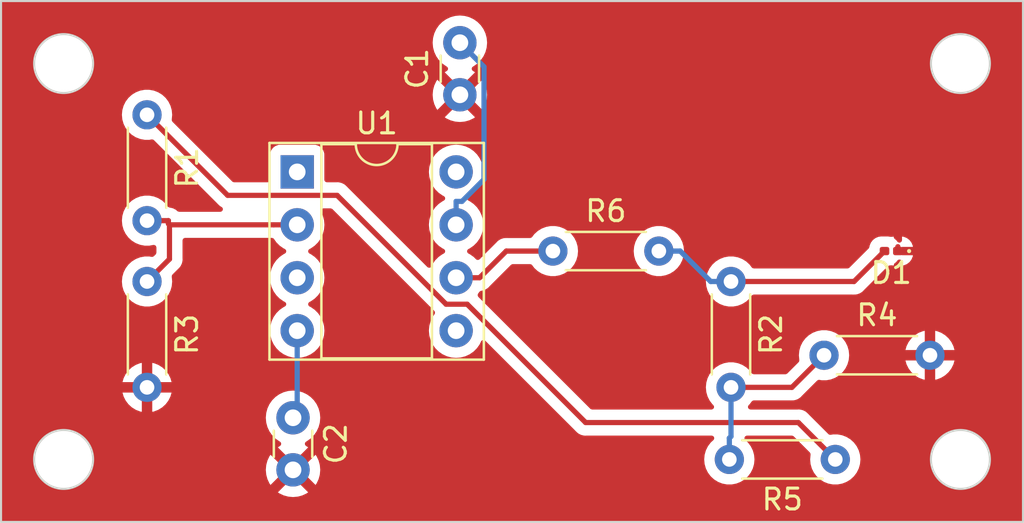
<source format=kicad_pcb>
(kicad_pcb (version 20221018) (generator pcbnew)
  (title_block (title "Control Pilot PCB") (company "Universidad Nacional de Colombia") (comment 1 "Yanet Esther Estrada López     Juan Esteban Bustos Rodríguez") (comment 2 "Julián Enrique Tovar Aranguren     María Camila Muñóz Berrio") (comment 3 "Manuel Alejandro Pérez Carvajal     Eddy Santiago Delgado Caro"))
  (layers (0 "F.Cu" signal) (31 "B.Cu" signal) (34 "B.Paste" user) (35 "F.Paste" user) (36 "B.SilkS" user "B.Silkscreen") (37 "F.SilkS" user "F.Silkscreen") (38 "B.Mask" user) (39 "F.Mask" user) (44 "Edge.Cuts" user))
  (net 0 "")
  (net 1 "GND")
  (net 2 "+12V")
  (net 3 "-12V")
  (net 4 "Net-(D1-A2)")
  (net 5 "+3V3")
  (net 6 "Net-(U1--)")
  (net 7 "Net-(R2-Pad2)")
  (net 8 "Net-(R6-Pad1)")
  (net 10 "PWM 3V3")
  (footprint "Resistor_THT:R_Axial_DIN0204_L3.6mm_D1.6mm_P5.08mm_Horizontal" (layer "F.Cu") (at 60 63.46 -90)
    (fp_text reference "R3" (at 2.54 -1.92 90) (layer "F.SilkS"))
    (fp_text value "200k")
    (fp_line (start 0.62 -0.92) (end 4.46 -0.92) (stroke (width 0.12)) (layer "F.SilkS"))
    (fp_line (start 0.62 0.92) (end 4.46 0.92) (stroke (width 0.12)) (layer "F.SilkS"))
    (pad "1" thru_hole circle (at 0 0 270) (size 1.4 1.4) (drill 0.7) (layers "*.Cu" "*.Mask") (net 6 "Net-(U1--)"))
    (pad "2" thru_hole oval (at 5.08 0 270) (size 1.4 1.4) (drill 0.7) (layers "*.Cu" "*.Mask") (net 1 "GND"))
  )
  (footprint "Capacitor_THT:C_Disc_D3.0mm_W1.6mm_P2.50mm" (layer "F.Cu") (at 75 54.5 90)
    (fp_text reference "C1" (at 1.25 -2.05 90) (layer "F.SilkS"))
    (fp_text value "0.1u")
    (fp_line (start 0.621 -0.92) (end 1.879 -0.92) (stroke (width 0.12)) (layer "F.SilkS"))
    (fp_line (start 0.621 0.92) (end 1.879 0.92) (stroke (width 0.12)) (layer "F.SilkS"))
    (pad "1" thru_hole circle (at 0 0 90) (size 1.6 1.6) (drill 0.8) (layers "*.Cu" "*.Mask") (net 1 "GND"))
    (pad "2" thru_hole circle (at 2.5 0 90) (size 1.6 1.6) (drill 0.8) (layers "*.Cu" "*.Mask") (net 2 "+12V"))
  )
  (footprint "Package_DIP:DIP-8_W7.62mm_Socket" (layer "F.Cu") (at 67.2 58.2)
    (fp_text reference "U1" (at 3.81 -2.33) (layer "F.SilkS"))
    (fp_text value "LM741")
    (fp_line (start -1.33 -1.39) (end -1.33 9.01) (stroke (width 0.12)) (layer "F.SilkS"))
    (fp_line (start -1.33 9.01) (end 8.95 9.01) (stroke (width 0.12)) (layer "F.SilkS"))
    (fp_line (start 1.16 -1.33) (end 1.16 8.95) (stroke (width 0.12)) (layer "F.SilkS"))
    (fp_line (start 1.16 8.95) (end 6.46 8.95) (stroke (width 0.12)) (layer "F.SilkS"))
    (fp_line (start 2.81 -1.33) (end 1.16 -1.33) (stroke (width 0.12)) (layer "F.SilkS"))
    (fp_line (start 6.46 -1.33) (end 4.81 -1.33) (stroke (width 0.12)) (layer "F.SilkS"))
    (fp_line (start 6.46 8.95) (end 6.46 -1.33) (stroke (width 0.12)) (layer "F.SilkS"))
    (fp_line (start 8.95 -1.39) (end -1.33 -1.39) (stroke (width 0.12)) (layer "F.SilkS"))
    (fp_line (start 8.95 9.01) (end 8.95 -1.39) (stroke (width 0.12)) (layer "F.SilkS"))
    (fp_arc (start 4.81 -1.33) (mid 3.81 -0.33) (end 2.81 -1.33) (stroke (width 0.12)) (layer "F.SilkS"))
    (pad "1" thru_hole rect (at 0 0) (size 1.6 1.6) (drill 0.8) (layers "*.Cu" "*.Mask"))
    (pad "2" thru_hole oval (at 0 2.54) (size 1.6 1.6) (drill 0.8) (layers "*.Cu" "*.Mask") (net 6 "Net-(U1--)"))
    (pad "3" thru_hole oval (at 0 5.08) (size 1.6 1.6) (drill 0.8) (layers "*.Cu" "*.Mask") (net 10 "PWM 3V3"))
    (pad "4" thru_hole oval (at 0 7.62) (size 1.6 1.6) (drill 0.8) (layers "*.Cu" "*.Mask") (net 3 "-12V"))
    (pad "5" thru_hole oval (at 7.62 7.62) (size 1.6 1.6) (drill 0.8) (layers "*.Cu" "*.Mask"))
    (pad "6" thru_hole oval (at 7.62 5.08) (size 1.6 1.6) (drill 0.8) (layers "*.Cu" "*.Mask") (net 8 "Net-(R6-Pad1)"))
    (pad "7" thru_hole oval (at 7.62 2.54) (size 1.6 1.6) (drill 0.8) (layers "*.Cu" "*.Mask") (net 2 "+12V"))
    (pad "8" thru_hole oval (at 7.62 0) (size 1.6 1.6) (drill 0.8) (layers "*.Cu" "*.Mask"))
  )
  (footprint "Capacitor_THT:C_Disc_D3.0mm_W1.6mm_P2.50mm" (layer "F.Cu") (at 67 70 -90)
    (fp_text reference "C2" (at 1.25 -2.05 90) (layer "F.SilkS"))
    (fp_text value "0.1u")
    (fp_line (start 0.621 -0.92) (end 1.879 -0.92) (stroke (width 0.12)) (layer "F.SilkS"))
    (fp_line (start 0.621 0.92) (end 1.879 0.92) (stroke (width 0.12)) (layer "F.SilkS"))
    (pad "1" thru_hole circle (at 0 0 270) (size 1.6 1.6) (drill 0.8) (layers "*.Cu" "*.Mask") (net 3 "-12V"))
    (pad "2" thru_hole circle (at 2.5 0 270) (size 1.6 1.6) (drill 0.8) (layers "*.Cu" "*.Mask") (net 1 "GND"))
  )
  (footprint "LED_SMD:LED_0201_0603Metric" (layer "F.Cu") (at 95.68 62 180)
    (fp_text reference "D1" (at 0 -1.05) (layer "F.SilkS"))
    (fp_text value "PGB1010603NR")
    (fp_circle (center -0.86 0) (end -0.81 0) (stroke (width 0.1)) (fill none) (layer "F.SilkS"))
    (pad "1" smd roundrect (at -0.32 0 180) (size 0.46 0.4) (layers "F.Cu" "F.Mask") (net 1 "GND"))
    (pad "2" smd roundrect (at 0.32 0 180) (size 0.46 0.4) (layers "F.Cu" "F.Mask") (net 4 "Net-(D1-A2)"))
  )
  (footprint "Resistor_THT:R_Axial_DIN0204_L3.6mm_D1.6mm_P5.08mm_Horizontal" (layer "F.Cu") (at 92.46 67)
    (fp_text reference "R4" (at 2.54 -1.92) (layer "F.SilkS"))
    (fp_text value "66.5k")
    (fp_line (start 0.62 -0.92) (end 4.46 -0.92) (stroke (width 0.12)) (layer "F.SilkS"))
    (fp_line (start 0.62 0.92) (end 4.46 0.92) (stroke (width 0.12)) (layer "F.SilkS"))
    (pad "1" thru_hole circle (at 0 0) (size 1.4 1.4) (drill 0.7) (layers "*.Cu" "*.Mask") (net 7 "Net-(R2-Pad2)"))
    (pad "2" thru_hole oval (at 5.08 0) (size 1.4 1.4) (drill 0.7) (layers "*.Cu" "*.Mask") (net 1 "GND"))
  )
  (footprint "Resistor_THT:R_Axial_DIN0204_L3.6mm_D1.6mm_P5.08mm_Horizontal" (layer "F.Cu") (at 88 63.46 -90)
    (fp_text reference "R2" (at 2.54 -1.92 90) (layer "F.SilkS"))
    (fp_text value "200k")
    (fp_line (start 0.62 -0.92) (end 4.46 -0.92) (stroke (width 0.12)) (layer "F.SilkS"))
    (fp_line (start 0.62 0.92) (end 4.46 0.92) (stroke (width 0.12)) (layer "F.SilkS"))
    (pad "1" thru_hole circle (at 0 0 270) (size 1.4 1.4) (drill 0.7) (layers "*.Cu" "*.Mask") (net 4 "Net-(D1-A2)"))
    (pad "2" thru_hole oval (at 5.08 0 270) (size 1.4 1.4) (drill 0.7) (layers "*.Cu" "*.Mask") (net 7 "Net-(R2-Pad2)"))
  )
  (footprint "Resistor_THT:R_Axial_DIN0204_L3.6mm_D1.6mm_P5.08mm_Horizontal" (layer "F.Cu") (at 93 72 180)
    (fp_text reference "R5" (at 2.54 -1.92) (layer "F.SilkS"))
    (fp_text value "56k")
    (fp_line (start 0.62 -0.92) (end 4.46 -0.92) (stroke (width 0.12)) (layer "F.SilkS"))
    (fp_line (start 0.62 0.92) (end 4.46 0.92) (stroke (width 0.12)) (layer "F.SilkS"))
    (pad "1" thru_hole circle (at 0 0 180) (size 1.4 1.4) (drill 0.7) (layers "*.Cu" "*.Mask") (net 5 "+3V3"))
    (pad "2" thru_hole oval (at 5.08 0 180) (size 1.4 1.4) (drill 0.7) (layers "*.Cu" "*.Mask") (net 7 "Net-(R2-Pad2)"))
  )
  (footprint "Resistor_THT:R_Axial_DIN0204_L3.6mm_D1.6mm_P5.08mm_Horizontal" (layer "F.Cu") (at 60 55.46 -90)
    (fp_text reference "R1" (at 2.54 -1.92 90) (layer "F.SilkS"))
    (fp_text value "200k")
    (fp_line (start 0.62 -0.92) (end 4.46 -0.92) (stroke (width 0.12)) (layer "F.SilkS"))
    (fp_line (start 0.62 0.92) (end 4.46 0.92) (stroke (width 0.12)) (layer "F.SilkS"))
    (pad "1" thru_hole circle (at 0 0 270) (size 1.4 1.4) (drill 0.7) (layers "*.Cu" "*.Mask") (net 5 "+3V3"))
    (pad "2" thru_hole oval (at 5.08 0 270) (size 1.4 1.4) (drill 0.7) (layers "*.Cu" "*.Mask") (net 6 "Net-(U1--)"))
  )
  (footprint "Resistor_THT:R_Axial_DIN0204_L3.6mm_D1.6mm_P5.08mm_Horizontal" (layer "F.Cu") (at 79.46 62)
    (fp_text reference "R6" (at 2.54 -1.92) (layer "F.SilkS"))
    (fp_text value "1k")
    (fp_line (start 0.62 -0.92) (end 4.46 -0.92) (stroke (width 0.12)) (layer "F.SilkS"))
    (fp_line (start 0.62 0.92) (end 4.46 0.92) (stroke (width 0.12)) (layer "F.SilkS"))
    (pad "1" thru_hole circle (at 0 0) (size 1.4 1.4) (drill 0.7) (layers "*.Cu" "*.Mask") (net 8 "Net-(R6-Pad1)"))
    (pad "2" thru_hole oval (at 5.08 0) (size 1.4 1.4) (drill 0.7) (layers "*.Cu" "*.Mask") (net 4 "Net-(D1-A2)"))
  )
  (gr_circle (center 99 53) (end 98 54) (stroke (width 0.1)) (fill none) (layer "Edge.Cuts"))
  (gr_circle (center 99 72) (end 98 71) (stroke (width 0.1)) (fill none) (layer "Edge.Cuts"))
  (gr_circle (center 56 53) (end 57 54) (stroke (width 0.1)) (fill none) (layer "Edge.Cuts"))
  (gr_circle (center 56 72) (end 57 71) (stroke (width 0.1)) (fill none) (layer "Edge.Cuts"))
  (gr_rect (start 53 50) (end 102 75) (stroke (width 0.1)) (fill none) (layer "Edge.Cuts"))
  (segment (start 96 61.7905) (end 96 62) (width 0.25) (layer "F.Cu") (net 1))
  (segment (start 76.1574 53.1574) (end 76.1574 58.5586) (width 0.25) (layer "B.Cu") (net 2))
  (segment (start 75.1013 59.6147) (end 74.82 59.6147) (width 0.25) (layer "B.Cu") (net 2))
  (segment (start 74.82 60.74) (end 74.82 59.6147) (width 0.25) (layer "B.Cu") (net 2))
  (segment (start 76.1574 58.5586) (end 75.1013 59.6147) (width 0.25) (layer "B.Cu") (net 2))
  (segment (start 75 52) (end 76.1574 53.1574) (width 0.25) (layer "B.Cu") (net 2))
  (segment (start 67 70) (end 67.2 69.8) (width 0.25) (layer "B.Cu") (net 3))
  (segment (start 67.2 69.8) (end 67.2 65.82) (width 0.25) (layer "B.Cu") (net 3))
  (segment (start 93.9 63.46) (end 88 63.46) (width 0.25) (layer "F.Cu") (net 4))
  (segment (start 95.36 62) (end 93.9 63.46) (width 0.25) (layer "F.Cu") (net 4))
  (segment (start 88 63.46) (end 87.0253 63.46) (width 0.25) (layer "B.Cu") (net 4))
  (segment (start 84.54 62) (end 85.5653 62) (width 0.25) (layer "B.Cu") (net 4))
  (segment (start 87.0253 63.46) (end 85.5653 62) (width 0.25) (layer "B.Cu") (net 4))
  (segment (start 91.23 70.23) (end 81.0302 70.23) (width 0.25) (layer "F.Cu") (net 5))
  (segment (start 75.3502 64.55) (end 74.3395 64.55) (width 0.25) (layer "F.Cu") (net 5))
  (segment (start 74.3395 64.55) (end 69.1149 59.3254) (width 0.25) (layer "F.Cu") (net 5))
  (segment (start 69.1149 59.3254) (end 63.8654 59.3254) (width 0.25) (layer "F.Cu") (net 5))
  (segment (start 81.0302 70.23) (end 75.3502 64.55) (width 0.25) (layer "F.Cu") (net 5))
  (segment (start 93 72) (end 91.23 70.23) (width 0.25) (layer "F.Cu") (net 5))
  (segment (start 63.8654 59.3254) (end 60 55.46) (width 0.25) (layer "F.Cu") (net 5))
  (segment (start 61.0253 60.6897) (end 61.0756 60.74) (width 0.25) (layer "F.Cu") (net 6))
  (segment (start 66.0747 60.74) (end 61.0756 60.74) (width 0.25) (layer "F.Cu") (net 6))
  (segment (start 61.0756 60.74) (end 61.0756 62.3844) (width 0.25) (layer "F.Cu") (net 6))
  (segment (start 67.2 60.74) (end 66.0747 60.74) (width 0.25) (layer "F.Cu") (net 6))
  (segment (start 61.0253 60.54) (end 61.0253 60.6897) (width 0.25) (layer "F.Cu") (net 6))
  (segment (start 61.0756 62.3844) (end 60 63.46) (width 0.25) (layer "F.Cu") (net 6))
  (segment (start 60 60.54) (end 61.0253 60.54) (width 0.25) (layer "F.Cu") (net 6))
  (segment (start 90.92 68.54) (end 92.46 67) (width 0.25) (layer "F.Cu") (net 7))
  (segment (start 88 68.54) (end 90.92 68.54) (width 0.25) (layer "F.Cu") (net 7))
  (segment (start 87.92 70.9747) (end 88 70.8947) (width 0.25) (layer "B.Cu") (net 7))
  (segment (start 87.92 72) (end 87.92 70.9747) (width 0.25) (layer "B.Cu") (net 7))
  (segment (start 88 70.8947) (end 88 68.54) (width 0.25) (layer "B.Cu") (net 7))
  (segment (start 79.46 62) (end 77.2253 62) (width 0.25) (layer "F.Cu") (net 8))
  (segment (start 77.2253 62) (end 75.9453 63.28) (width 0.25) (layer "F.Cu") (net 8))
  (segment (start 74.82 63.28) (end 75.9453 63.28) (width 0.25) (layer "F.Cu") (net 8))
  (zone (net 1) (net_name "GND") (layer "F.Cu") (connect_pads (clearance 0.5)) (min_thickness 0.25) (fill yes (thermal_gap 0.5) (thermal_bridge_width 0.5))
    (polygon (pts (xy 53 50) (xy 102 50) (xy 102 75) (xy 53 75)))
  )
)
</source>
